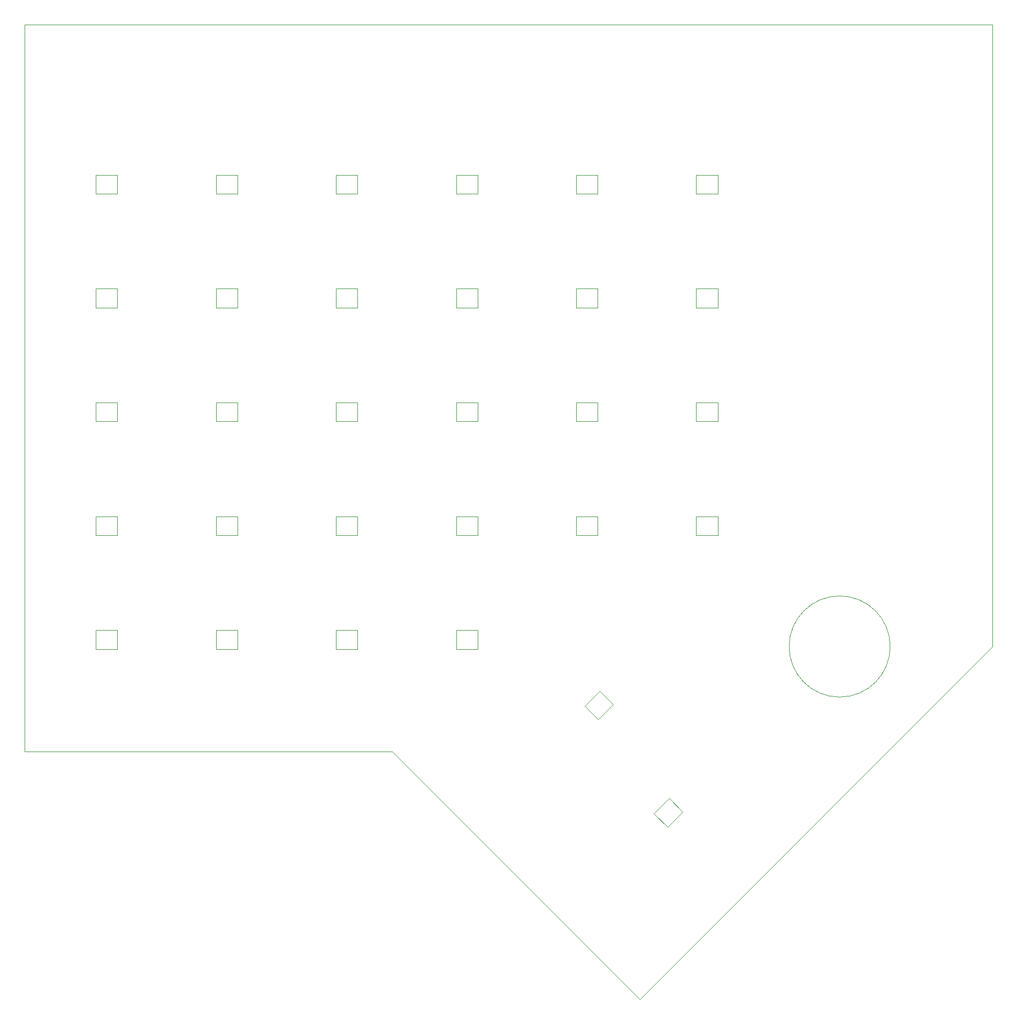
<source format=gbr>
%TF.GenerationSoftware,KiCad,Pcbnew,(6.0.2)*%
%TF.CreationDate,2022-04-13T18:01:38+02:00*%
%TF.ProjectId,SPKB,53504b42-2e6b-4696-9361-645f70636258,rev?*%
%TF.SameCoordinates,Original*%
%TF.FileFunction,Profile,NP*%
%FSLAX46Y46*%
G04 Gerber Fmt 4.6, Leading zero omitted, Abs format (unit mm)*
G04 Created by KiCad (PCBNEW (6.0.2)) date 2022-04-13 18:01:38*
%MOMM*%
%LPD*%
G01*
G04 APERTURE LIST*
%TA.AperFunction,Profile*%
%ADD10C,0.100000*%
%TD*%
%TA.AperFunction,Profile*%
%ADD11C,0.120000*%
%TD*%
G04 APERTURE END LIST*
D10*
X163000000Y-123400000D02*
G75*
G03*
X163000000Y-123400000I-8000000J0D01*
G01*
X123400000Y-179200000D02*
X84200000Y-140000000D01*
X127200000Y-175400000D02*
X123400000Y-179200000D01*
X135200000Y-167400000D02*
X179200000Y-123400000D01*
X135200000Y-167400000D02*
X127200000Y-175400000D01*
X31600000Y-140000000D02*
X84200000Y-140000000D01*
X31600000Y-140000000D02*
X26000000Y-140000000D01*
X26000000Y-25000000D02*
X26000000Y-140000000D01*
X179200000Y-83000000D02*
X179200000Y-123400000D01*
X179200000Y-83000000D02*
X179200000Y-25000000D01*
X26000000Y-25000000D02*
X179200000Y-25000000D01*
D11*
%TO.C,SW20*%
X97700000Y-48810000D02*
X97700000Y-51810000D01*
X97700000Y-51810000D02*
X94300000Y-51810000D01*
X94300000Y-48810000D02*
X97700000Y-48810000D01*
X94300000Y-51810000D02*
X94300000Y-48810000D01*
%TO.C,SW22*%
X94300000Y-87810000D02*
X94300000Y-84810000D01*
X97700000Y-84810000D02*
X97700000Y-87810000D01*
X94300000Y-84810000D02*
X97700000Y-84810000D01*
X97700000Y-87810000D02*
X94300000Y-87810000D01*
%TO.C,SW0*%
X132300000Y-48810000D02*
X135700000Y-48810000D01*
X135700000Y-48810000D02*
X135700000Y-51810000D01*
X135700000Y-51810000D02*
X132300000Y-51810000D01*
X132300000Y-51810000D02*
X132300000Y-48810000D01*
%TO.C,SW21*%
X97700000Y-69810000D02*
X94300000Y-69810000D01*
X94300000Y-66810000D02*
X97700000Y-66810000D01*
X94300000Y-69810000D02*
X94300000Y-66810000D01*
X97700000Y-66810000D02*
X97700000Y-69810000D01*
%TO.C,SW52*%
X40700000Y-87810000D02*
X37300000Y-87810000D01*
X37300000Y-87810000D02*
X37300000Y-84810000D01*
X37300000Y-84810000D02*
X40700000Y-84810000D01*
X40700000Y-84810000D02*
X40700000Y-87810000D01*
%TO.C,SW54*%
X37300000Y-123810000D02*
X37300000Y-120810000D01*
X37300000Y-120810000D02*
X40700000Y-120810000D01*
X40700000Y-120810000D02*
X40700000Y-123810000D01*
X40700000Y-123810000D02*
X37300000Y-123810000D01*
%TO.C,SW34*%
X75300000Y-123810000D02*
X75300000Y-120810000D01*
X78700000Y-123810000D02*
X75300000Y-123810000D01*
X75300000Y-120810000D02*
X78700000Y-120810000D01*
X78700000Y-120810000D02*
X78700000Y-123810000D01*
%TO.C,SW50*%
X40700000Y-48810000D02*
X40700000Y-51810000D01*
X37300000Y-51810000D02*
X37300000Y-48810000D01*
X40700000Y-51810000D02*
X37300000Y-51810000D01*
X37300000Y-48810000D02*
X40700000Y-48810000D01*
%TO.C,SW13*%
X116700000Y-102810000D02*
X116700000Y-105810000D01*
X116700000Y-105810000D02*
X113300000Y-105810000D01*
X113300000Y-105810000D02*
X113300000Y-102810000D01*
X113300000Y-102810000D02*
X116700000Y-102810000D01*
%TO.C,SW32*%
X75300000Y-84810000D02*
X78700000Y-84810000D01*
X75300000Y-87810000D02*
X75300000Y-84810000D01*
X78700000Y-87810000D02*
X75300000Y-87810000D01*
X78700000Y-84810000D02*
X78700000Y-87810000D01*
%TO.C,SW41*%
X56300000Y-66810000D02*
X59700000Y-66810000D01*
X59700000Y-69810000D02*
X56300000Y-69810000D01*
X56300000Y-69810000D02*
X56300000Y-66810000D01*
X59700000Y-66810000D02*
X59700000Y-69810000D01*
%TO.C,SW44*%
X59700000Y-120810000D02*
X59700000Y-123810000D01*
X56300000Y-120810000D02*
X59700000Y-120810000D01*
X56300000Y-123810000D02*
X56300000Y-120810000D01*
X59700000Y-123810000D02*
X56300000Y-123810000D01*
%TO.C,SW11*%
X113300000Y-69810000D02*
X113300000Y-66810000D01*
X116700000Y-69810000D02*
X113300000Y-69810000D01*
X113300000Y-66810000D02*
X116700000Y-66810000D01*
X116700000Y-66810000D02*
X116700000Y-69810000D01*
%TO.C,SW42*%
X59700000Y-87810000D02*
X56300000Y-87810000D01*
X56300000Y-84810000D02*
X59700000Y-84810000D01*
X59700000Y-84810000D02*
X59700000Y-87810000D01*
X56300000Y-87810000D02*
X56300000Y-84810000D01*
%TO.C,SW3*%
X132300000Y-102810000D02*
X135700000Y-102810000D01*
X132300000Y-105810000D02*
X132300000Y-102810000D01*
X135700000Y-105810000D02*
X132300000Y-105810000D01*
X135700000Y-102810000D02*
X135700000Y-105810000D01*
%TO.C,SW24*%
X97700000Y-120810000D02*
X97700000Y-123810000D01*
X94300000Y-120810000D02*
X97700000Y-120810000D01*
X94300000Y-123810000D02*
X94300000Y-120810000D01*
X97700000Y-123810000D02*
X94300000Y-123810000D01*
%TO.C,SW14*%
X119146411Y-132542248D02*
X116742248Y-134946411D01*
X114620927Y-132825091D02*
X117025091Y-130420927D01*
X117025091Y-130420927D02*
X119146411Y-132542248D01*
X116742248Y-134946411D02*
X114620927Y-132825091D01*
%TO.C,SW33*%
X78700000Y-102810000D02*
X78700000Y-105810000D01*
X78700000Y-105810000D02*
X75300000Y-105810000D01*
X75300000Y-105810000D02*
X75300000Y-102810000D01*
X75300000Y-102810000D02*
X78700000Y-102810000D01*
%TO.C,SW1*%
X135700000Y-69810000D02*
X132300000Y-69810000D01*
X132300000Y-66810000D02*
X135700000Y-66810000D01*
X132300000Y-69810000D02*
X132300000Y-66810000D01*
X135700000Y-66810000D02*
X135700000Y-69810000D01*
%TO.C,SW23*%
X94300000Y-105810000D02*
X94300000Y-102810000D01*
X94300000Y-102810000D02*
X97700000Y-102810000D01*
X97700000Y-102810000D02*
X97700000Y-105810000D01*
X97700000Y-105810000D02*
X94300000Y-105810000D01*
%TO.C,SW30*%
X78700000Y-48810000D02*
X78700000Y-51810000D01*
X78700000Y-51810000D02*
X75300000Y-51810000D01*
X75300000Y-51810000D02*
X75300000Y-48810000D01*
X75300000Y-48810000D02*
X78700000Y-48810000D01*
%TO.C,SW4*%
X130146411Y-149542248D02*
X127742248Y-151946411D01*
X127742248Y-151946411D02*
X125620927Y-149825091D01*
X125620927Y-149825091D02*
X128025091Y-147420927D01*
X128025091Y-147420927D02*
X130146411Y-149542248D01*
%TO.C,SW43*%
X59700000Y-105810000D02*
X56300000Y-105810000D01*
X56300000Y-105810000D02*
X56300000Y-102810000D01*
X59700000Y-102810000D02*
X59700000Y-105810000D01*
X56300000Y-102810000D02*
X59700000Y-102810000D01*
%TO.C,SW2*%
X132300000Y-87810000D02*
X132300000Y-84810000D01*
X132300000Y-84810000D02*
X135700000Y-84810000D01*
X135700000Y-84810000D02*
X135700000Y-87810000D01*
X135700000Y-87810000D02*
X132300000Y-87810000D01*
%TO.C,SW12*%
X113300000Y-84810000D02*
X116700000Y-84810000D01*
X116700000Y-84810000D02*
X116700000Y-87810000D01*
X116700000Y-87810000D02*
X113300000Y-87810000D01*
X113300000Y-87810000D02*
X113300000Y-84810000D01*
%TO.C,SW31*%
X78700000Y-69810000D02*
X75300000Y-69810000D01*
X78700000Y-66810000D02*
X78700000Y-69810000D01*
X75300000Y-69810000D02*
X75300000Y-66810000D01*
X75300000Y-66810000D02*
X78700000Y-66810000D01*
%TO.C,SW51*%
X40700000Y-66810000D02*
X40700000Y-69810000D01*
X37300000Y-69810000D02*
X37300000Y-66810000D01*
X40700000Y-69810000D02*
X37300000Y-69810000D01*
X37300000Y-66810000D02*
X40700000Y-66810000D01*
%TO.C,SW40*%
X56300000Y-48810000D02*
X59700000Y-48810000D01*
X59700000Y-51810000D02*
X56300000Y-51810000D01*
X56300000Y-51810000D02*
X56300000Y-48810000D01*
X59700000Y-48810000D02*
X59700000Y-51810000D01*
%TO.C,SW10*%
X113300000Y-51810000D02*
X113300000Y-48810000D01*
X116700000Y-48810000D02*
X116700000Y-51810000D01*
X113300000Y-48810000D02*
X116700000Y-48810000D01*
X116700000Y-51810000D02*
X113300000Y-51810000D01*
%TO.C,SW53*%
X37300000Y-102810000D02*
X40700000Y-102810000D01*
X40700000Y-102810000D02*
X40700000Y-105810000D01*
X40700000Y-105810000D02*
X37300000Y-105810000D01*
X37300000Y-105810000D02*
X37300000Y-102810000D01*
%TD*%
M02*

</source>
